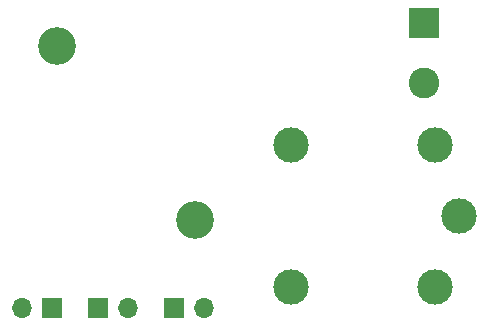
<source format=gbs>
G04 #@! TF.GenerationSoftware,KiCad,Pcbnew,6.0.6*
G04 #@! TF.CreationDate,2022-07-14T17:33:28+02:00*
G04 #@! TF.ProjectId,3D_power_meter,33445f70-6f77-4657-925f-6d657465722e,rev?*
G04 #@! TF.SameCoordinates,Original*
G04 #@! TF.FileFunction,Soldermask,Bot*
G04 #@! TF.FilePolarity,Negative*
%FSLAX46Y46*%
G04 Gerber Fmt 4.6, Leading zero omitted, Abs format (unit mm)*
G04 Created by KiCad (PCBNEW 6.0.6) date 2022-07-14 17:33:28*
%MOMM*%
%LPD*%
G01*
G04 APERTURE LIST*
%ADD10C,3.200000*%
%ADD11R,1.700000X1.700000*%
%ADD12O,1.700000X1.700000*%
%ADD13C,3.000000*%
%ADD14R,2.600000X2.600000*%
%ADD15C,2.600000*%
G04 APERTURE END LIST*
D10*
X165525000Y-95800000D03*
D11*
X165100000Y-118000000D03*
D12*
X162560000Y-118000000D03*
D11*
X169000000Y-118000000D03*
D12*
X171540000Y-118000000D03*
D11*
X175425000Y-118000000D03*
D12*
X177965000Y-118000000D03*
D13*
X199550000Y-110200000D03*
X185350000Y-116200000D03*
X185350000Y-104200000D03*
X197550000Y-104200000D03*
X197550000Y-116200000D03*
D14*
X196645000Y-93880000D03*
D15*
X196645000Y-98960000D03*
D10*
X177275000Y-110525000D03*
M02*

</source>
